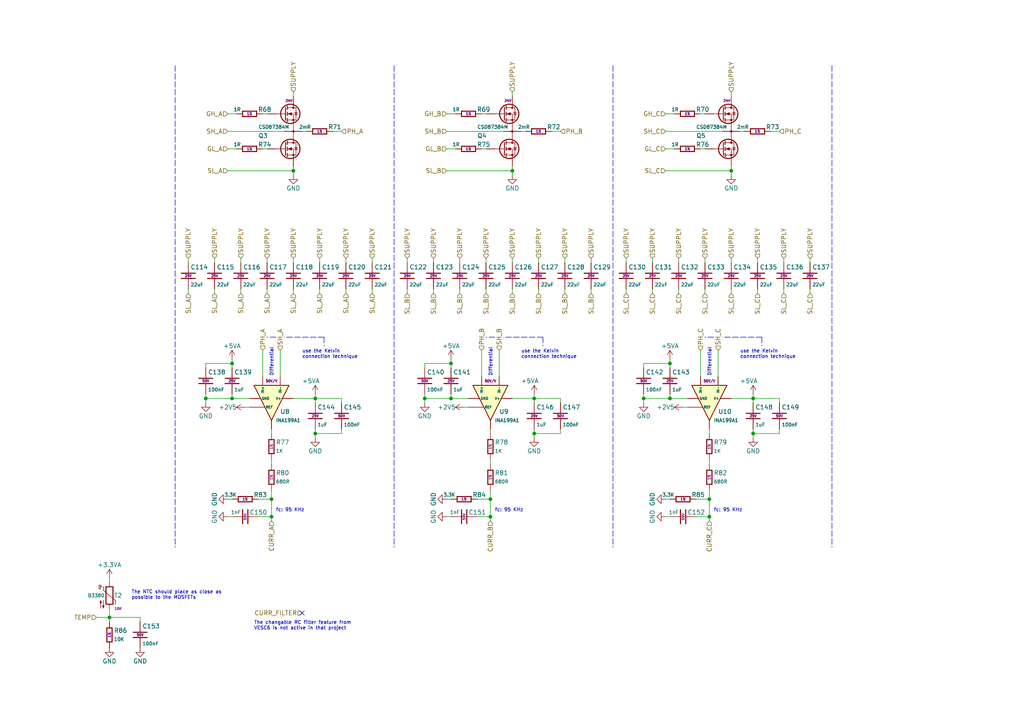
<source format=kicad_sch>
(kicad_sch (version 20211123) (generator eeschema)
  (paper "A4")
  (title_block (title "pectoralis major") (company "project Merophy") (comment 1 "a.k.a. Electronic Speed Controller of one of the drone motors") (comment 2 "This is one of the main propolsion sources of a bird") (comment 3 "at the deltopectoral crest.") (comment 4 "The pectoralis is a large muscle that attaches to the humerus of the wing "))
  (junction (at 205.74 149.86))
  (junction (at 194.31 115.57))
  (junction (at 142.24 144.78))
  (junction (at 142.24 149.86))
  (junction (at 194.31 105.41))
  (junction (at 91.44 125.73))
  (junction (at 154.94 115.57))
  (junction (at 31.75 179.07))
  (junction (at 218.44 115.57))
  (junction (at 212.09 49.53))
  (junction (at 91.44 115.57))
  (junction (at 148.59 49.53))
  (junction (at 85.09 49.53))
  (junction (at 67.31 105.41))
  (junction (at 59.69 115.57))
  (junction (at 218.44 125.73))
  (junction (at 154.94 125.73))
  (junction (at 78.74 144.78))
  (junction (at 67.31 115.57))
  (junction (at 186.69 115.57))
  (junction (at 123.19 115.57))
  (junction (at 130.81 105.41))
  (junction (at 78.74 149.86))
  (junction (at 130.81 115.57))
  (junction (at 205.74 144.78))
  (no_connect (at 87.63 177.8))
  (wire (pts (xy 129.54 49.53) (xy 148.59 49.53)))
  (wire (pts (xy 138.43 144.78) (xy 142.24 144.78)))
  (wire (pts (xy 163.83 85.09) (xy 163.83 83.82)))
  (wire (pts (xy 67.31 106.68) (xy 67.31 105.41)))
  (wire (pts (xy 212.09 48.26) (xy 212.09 49.53)))
  (polyline (pts (xy 143.51 97.79) (xy 140.97 97.79)))
  (wire (pts (xy 139.7 101.6) (xy 139.7 109.22)))
  (wire (pts (xy 196.85 74.93) (xy 196.85 76.2)))
  (wire (pts (xy 205.74 125.73) (xy 205.74 124.46)))
  (polyline (pts (xy 207.01 97.79) (xy 204.47 97.79)))
  (wire (pts (xy 78.74 134.62) (xy 78.74 133.35)))
  (polyline (pts (xy 157.48 97.79) (xy 157.48 100.33)))
  (wire (pts (xy 148.59 26.67) (xy 148.59 27.94)))
  (wire (pts (xy 194.31 115.57) (xy 199.39 115.57)))
  (wire (pts (xy 218.44 114.3) (xy 218.44 115.57)))
  (wire (pts (xy 212.09 26.67) (xy 212.09 27.94)))
  (wire (pts (xy 67.31 115.57) (xy 72.39 115.57)))
  (wire (pts (xy 123.19 115.57) (xy 130.81 115.57)))
  (wire (pts (xy 59.69 116.84) (xy 59.69 115.57)))
  (wire (pts (xy 218.44 124.46) (xy 218.44 125.73)))
  (wire (pts (xy 194.31 149.86) (xy 193.04 149.86)))
  (wire (pts (xy 189.23 85.09) (xy 189.23 83.82)))
  (wire (pts (xy 226.06 115.57) (xy 226.06 116.84)))
  (wire (pts (xy 201.93 144.78) (xy 205.74 144.78)))
  (wire (pts (xy 91.44 115.57) (xy 99.06 115.57)))
  (wire (pts (xy 125.73 74.93) (xy 125.73 76.2)))
  (wire (pts (xy 219.71 74.93) (xy 219.71 76.2)))
  (wire (pts (xy 194.31 106.68) (xy 194.31 105.41)))
  (wire (pts (xy 31.75 176.53) (xy 31.75 179.07)))
  (wire (pts (xy 205.74 144.78) (xy 205.74 149.86)))
  (wire (pts (xy 160.02 38.1) (xy 162.56 38.1)))
  (wire (pts (xy 88.9 38.1) (xy 87.63 38.1)))
  (wire (pts (xy 193.04 49.53) (xy 212.09 49.53)))
  (polyline (pts (xy 50.8 19.05) (xy 50.8 158.75)))
  (wire (pts (xy 194.31 104.14) (xy 194.31 105.41)))
  (wire (pts (xy 92.71 74.93) (xy 92.71 76.2)))
  (wire (pts (xy 212.09 115.57) (xy 218.44 115.57)))
  (wire (pts (xy 186.69 115.57) (xy 194.31 115.57)))
  (wire (pts (xy 130.81 114.3) (xy 130.81 115.57)))
  (wire (pts (xy 125.73 85.09) (xy 125.73 83.82)))
  (wire (pts (xy 129.54 33.02) (xy 132.08 33.02)))
  (wire (pts (xy 91.44 125.73) (xy 91.44 127)))
  (wire (pts (xy 142.24 144.78) (xy 142.24 149.86)))
  (wire (pts (xy 85.09 115.57) (xy 91.44 115.57)))
  (wire (pts (xy 201.93 149.86) (xy 205.74 149.86)))
  (wire (pts (xy 152.4 38.1) (xy 151.13 38.1)))
  (wire (pts (xy 226.06 125.73) (xy 226.06 124.46)))
  (wire (pts (xy 62.23 74.93) (xy 62.23 76.2)))
  (wire (pts (xy 142.24 125.73) (xy 142.24 124.46)))
  (wire (pts (xy 78.74 144.78) (xy 78.74 149.86)))
  (wire (pts (xy 118.11 74.93) (xy 118.11 76.2)))
  (wire (pts (xy 205.74 142.24) (xy 205.74 144.78)))
  (wire (pts (xy 203.2 33.02) (xy 204.47 33.02)))
  (wire (pts (xy 223.52 38.1) (xy 226.06 38.1)))
  (wire (pts (xy 78.74 149.86) (xy 78.74 151.13)))
  (wire (pts (xy 219.71 85.09) (xy 219.71 83.82)))
  (wire (pts (xy 99.06 115.57) (xy 99.06 116.84)))
  (wire (pts (xy 194.31 105.41) (xy 186.69 105.41)))
  (wire (pts (xy 205.74 149.86) (xy 205.74 151.13)))
  (wire (pts (xy 118.11 85.09) (xy 118.11 83.82)))
  (wire (pts (xy 85.09 85.09) (xy 85.09 83.82)))
  (wire (pts (xy 215.9 38.1) (xy 214.63 38.1)))
  (wire (pts (xy 54.61 85.09) (xy 54.61 83.82)))
  (wire (pts (xy 85.09 48.26) (xy 85.09 49.53)))
  (wire (pts (xy 66.04 43.18) (xy 68.58 43.18)))
  (wire (pts (xy 218.44 125.73) (xy 218.44 127)))
  (wire (pts (xy 227.33 85.09) (xy 227.33 83.82)))
  (wire (pts (xy 62.23 85.09) (xy 62.23 83.82)))
  (wire (pts (xy 204.47 74.93) (xy 204.47 76.2)))
  (wire (pts (xy 198.12 118.11) (xy 199.39 118.11)))
  (wire (pts (xy 134.62 118.11) (xy 135.89 118.11)))
  (wire (pts (xy 234.95 85.09) (xy 234.95 83.82)))
  (wire (pts (xy 140.97 85.09) (xy 140.97 83.82)))
  (wire (pts (xy 66.04 49.53) (xy 85.09 49.53)))
  (wire (pts (xy 130.81 149.86) (xy 129.54 149.86)))
  (wire (pts (xy 85.09 50.8) (xy 85.09 49.53)))
  (wire (pts (xy 234.95 74.93) (xy 234.95 76.2)))
  (wire (pts (xy 171.45 85.09) (xy 171.45 83.82)))
  (wire (pts (xy 193.04 33.02) (xy 195.58 33.02)))
  (wire (pts (xy 162.56 125.73) (xy 154.94 125.73)))
  (wire (pts (xy 59.69 115.57) (xy 67.31 115.57)))
  (wire (pts (xy 31.75 167.64) (xy 31.75 168.91)))
  (wire (pts (xy 218.44 115.57) (xy 218.44 116.84)))
  (wire (pts (xy 156.21 74.93) (xy 156.21 76.2)))
  (wire (pts (xy 154.94 125.73) (xy 154.94 127)))
  (wire (pts (xy 77.47 85.09) (xy 77.47 83.82)))
  (wire (pts (xy 133.35 85.09) (xy 133.35 83.82)))
  (wire (pts (xy 140.97 74.93) (xy 140.97 76.2)))
  (wire (pts (xy 129.54 43.18) (xy 132.08 43.18)))
  (wire (pts (xy 85.09 26.67) (xy 85.09 27.94)))
  (polyline (pts (xy 220.98 97.79) (xy 209.55 97.79)))
  (polyline (pts (xy 80.01 97.79) (xy 77.47 97.79)))
  (wire (pts (xy 130.81 105.41) (xy 123.19 105.41)))
  (wire (pts (xy 66.04 33.02) (xy 68.58 33.02)))
  (wire (pts (xy 156.21 85.09) (xy 156.21 83.82)))
  (wire (pts (xy 130.81 106.68) (xy 130.81 105.41)))
  (polyline (pts (xy 114.3 19.05) (xy 114.3 158.75)))
  (wire (pts (xy 76.2 33.02) (xy 77.47 33.02)))
  (polyline (pts (xy 93.98 97.79) (xy 93.98 100.33)))
  (wire (pts (xy 91.44 124.46) (xy 91.44 125.73)))
  (wire (pts (xy 107.95 85.09) (xy 107.95 83.82)))
  (wire (pts (xy 40.64 180.34) (xy 40.64 179.07)))
  (wire (pts (xy 91.44 114.3) (xy 91.44 115.57)))
  (wire (pts (xy 154.94 124.46) (xy 154.94 125.73)))
  (wire (pts (xy 92.71 85.09) (xy 92.71 83.82)))
  (wire (pts (xy 100.33 74.93) (xy 100.33 76.2)))
  (wire (pts (xy 171.45 74.93) (xy 171.45 76.2)))
  (wire (pts (xy 59.69 105.41) (xy 59.69 106.68)))
  (wire (pts (xy 99.06 125.73) (xy 99.06 124.46)))
  (wire (pts (xy 148.59 74.93) (xy 148.59 76.2)))
  (wire (pts (xy 205.74 134.62) (xy 205.74 133.35)))
  (wire (pts (xy 81.28 101.6) (xy 81.28 109.22)))
  (wire (pts (xy 123.19 115.57) (xy 123.19 114.3)))
  (wire (pts (xy 142.24 149.86) (xy 142.24 151.13)))
  (wire (pts (xy 193.04 43.18) (xy 195.58 43.18)))
  (wire (pts (xy 181.61 74.93) (xy 181.61 76.2)))
  (wire (pts (xy 194.31 144.78) (xy 193.04 144.78)))
  (wire (pts (xy 181.61 85.09) (xy 181.61 83.82)))
  (wire (pts (xy 203.2 43.18) (xy 204.47 43.18)))
  (wire (pts (xy 74.93 149.86) (xy 78.74 149.86)))
  (wire (pts (xy 227.33 74.93) (xy 227.33 76.2)))
  (wire (pts (xy 142.24 134.62) (xy 142.24 133.35)))
  (wire (pts (xy 69.85 85.09) (xy 69.85 83.82)))
  (wire (pts (xy 100.33 85.09) (xy 100.33 83.82)))
  (wire (pts (xy 163.83 74.93) (xy 163.83 76.2)))
  (wire (pts (xy 74.93 144.78) (xy 78.74 144.78)))
  (wire (pts (xy 148.59 85.09) (xy 148.59 83.82)))
  (wire (pts (xy 138.43 149.86) (xy 142.24 149.86)))
  (wire (pts (xy 71.12 118.11) (xy 72.39 118.11)))
  (wire (pts (xy 54.61 74.93) (xy 54.61 76.2)))
  (wire (pts (xy 203.2 101.6) (xy 203.2 109.22)))
  (wire (pts (xy 85.09 74.93) (xy 85.09 76.2)))
  (wire (pts (xy 186.69 105.41) (xy 186.69 106.68)))
  (wire (pts (xy 96.52 38.1) (xy 99.06 38.1)))
  (wire (pts (xy 129.54 38.1) (xy 146.05 38.1)))
  (wire (pts (xy 226.06 125.73) (xy 218.44 125.73)))
  (wire (pts (xy 67.31 104.14) (xy 67.31 105.41)))
  (wire (pts (xy 66.04 38.1) (xy 82.55 38.1)))
  (wire (pts (xy 91.44 115.57) (xy 91.44 116.84)))
  (wire (pts (xy 67.31 149.86) (xy 66.04 149.86)))
  (wire (pts (xy 148.59 48.26) (xy 148.59 49.53)))
  (wire (pts (xy 196.85 85.09) (xy 196.85 83.82)))
  (polyline (pts (xy 220.98 97.79) (xy 220.98 100.33)))
  (wire (pts (xy 76.2 101.6) (xy 76.2 109.22)))
  (wire (pts (xy 212.09 74.93) (xy 212.09 76.2)))
  (wire (pts (xy 139.7 43.18) (xy 140.97 43.18)))
  (polyline (pts (xy 157.48 97.79) (xy 146.05 97.79)))
  (wire (pts (xy 204.47 85.09) (xy 204.47 83.82)))
  (wire (pts (xy 154.94 115.57) (xy 154.94 116.84)))
  (wire (pts (xy 154.94 115.57) (xy 162.56 115.57)))
  (wire (pts (xy 130.81 115.57) (xy 135.89 115.57)))
  (wire (pts (xy 67.31 144.78) (xy 66.04 144.78)))
  (wire (pts (xy 40.64 179.07) (xy 31.75 179.07)))
  (wire (pts (xy 212.09 85.09) (xy 212.09 83.82)))
  (wire (pts (xy 162.56 125.73) (xy 162.56 124.46)))
  (wire (pts (xy 130.81 104.14) (xy 130.81 105.41)))
  (wire (pts (xy 139.7 33.02) (xy 140.97 33.02)))
  (wire (pts (xy 162.56 115.57) (xy 162.56 116.84)))
  (wire (pts (xy 78.74 142.24) (xy 78.74 144.78)))
  (wire (pts (xy 76.2 43.18) (xy 77.47 43.18)))
  (wire (pts (xy 186.69 116.84) (xy 186.69 115.57)))
  (wire (pts (xy 193.04 38.1) (xy 209.55 38.1)))
  (wire (pts (xy 59.69 115.57) (xy 59.69 114.3)))
  (wire (pts (xy 123.19 116.84) (xy 123.19 115.57)))
  (wire (pts (xy 69.85 74.93) (xy 69.85 76.2)))
  (polyline (pts (xy 93.98 97.79) (xy 82.55 97.79)))
  (wire (pts (xy 99.06 125.73) (xy 91.44 125.73)))
  (wire (pts (xy 148.59 50.8) (xy 148.59 49.53)))
  (wire (pts (xy 123.19 105.41) (xy 123.19 106.68)))
  (wire (pts (xy 208.28 101.6) (xy 208.28 109.22)))
  (wire (pts (xy 31.75 179.07) (xy 31.75 180.34)))
  (wire (pts (xy 78.74 125.73) (xy 78.74 124.46)))
  (wire (pts (xy 218.44 115.57) (xy 226.06 115.57)))
  (wire (pts (xy 67.31 114.3) (xy 67.31 115.57)))
  (wire (pts (xy 144.78 101.6) (xy 144.78 109.22)))
  (wire (pts (xy 27.94 179.07) (xy 31.75 179.07)))
  (wire (pts (xy 67.31 105.41) (xy 59.69 105.41)))
  (wire (pts (xy 130.81 144.78) (xy 129.54 144.78)))
  (wire (pts (xy 107.95 74.93) (xy 107.95 76.2)))
  (wire (pts (xy 189.23 74.93) (xy 189.23 76.2)))
  (wire (pts (xy 194.31 114.3) (xy 194.31 115.57)))
  (wire (pts (xy 77.47 74.93) (xy 77.47 76.2)))
  (wire (pts (xy 154.94 114.3) (xy 154.94 115.57)))
  (wire (pts (xy 133.35 74.93) (xy 133.35 76.2)))
  (wire (pts (xy 212.09 50.8) (xy 212.09 49.53)))
  (polyline (pts (xy 177.8 19.05) (xy 177.8 158.75)))
  (wire (pts (xy 148.59 115.57) (xy 154.94 115.57)))
  (wire (pts (xy 142.24 142.24) (xy 142.24 144.78)))
  (wire (pts (xy 186.69 115.57) (xy 186.69 114.3)))
  (polyline (pts (xy 241.3 19.05) (xy 241.3 158.75)))
  (text "Differential\n" (at 142.875 109.22 90) (effects (font (size 0.9906 0.9906)) (justify left bottom)))
  (text "The changable RC filter feature from \nVESC6 is not active in that project" (at 73.66 182.88 0) (effects (font (size 0.9906 0.9906)) (justify left bottom)))
  (text "use the Kelvin \nconnection technique" (at 214.63 104.14 0) (effects (font (size 0.9906 0.9906)) (justify left bottom)))
  (text "fc: 95 KHz\n" (at 80.01 148.59 0) (effects (font (size 0.9906 0.9906)) (justify left bottom)))
  (text "Differential\n" (at 206.375 109.22 90) (effects (font (size 0.9906 0.9906)) (justify left bottom)))
  (text "Differential\n" (at 79.375 109.22 90) (effects (font (size 0.9906 0.9906)) (justify left bottom)))
  (text "use the Kelvin \nconnection technique" (at 151.13 104.14 0) (effects (font (size 0.9906 0.9906)) (justify left bottom)))
  (text "fc: 95 KHz\n" (at 143.51 148.59 0) (effects (font (size 0.9906 0.9906)) (justify left bottom)))
  (text "fc: 95 KHz\n" (at 207.01 148.59 0) (effects (font (size 0.9906 0.9906)) (justify left bottom)))
  (text "use the Kelvin \nconnection technique" (at 87.63 104.14 0) (effects (font (size 0.9906 0.9906)) (justify left bottom)))
  (text "The NTC should place as close as \npossible to the MOSFETs" (at 38.1 173.99 0) (effects (font (size 0.9906 0.9906)) (justify left bottom)))
  (hierarchical_label "SUPPLY" (shape input) (at 148.59 26.67 90))
  (hierarchical_label "SL_B" (shape input) (at 118.11 85.09 270))
  (hierarchical_label "SUPPLY" (shape input) (at 219.71 74.93 90))
  (hierarchical_label "SL_C" (shape input) (at 181.61 85.09 270))
  (hierarchical_label "GH_C" (shape input) (at 193.04 33.02 180))
  (hierarchical_label "SH_B" (shape input) (at 129.54 38.1 180))
  (hierarchical_label "PH_C" (shape input) (at 203.2 101.6 90))
  (hierarchical_label "SL_B" (shape input) (at 163.83 85.09 270))
  (hierarchical_label "GH_B" (shape input) (at 129.54 33.02 180))
  (hierarchical_label "SUPPLY" (shape input) (at 212.09 26.67 90))
  (hierarchical_label "SL_C" (shape input) (at 189.23 85.09 270))
  (hierarchical_label "PH_B" (shape input) (at 162.56 38.1 0))
  (hierarchical_label "GL_A" (shape input) (at 66.04 43.18 180))
  (hierarchical_label "SL_C" (shape input) (at 234.95 85.09 270))
  (hierarchical_label "SUPPLY" (shape input) (at 227.33 74.93 90))
  (hierarchical_label "SUPPLY" (shape input) (at 196.85 74.93 90))
  (hierarchical_label "SL_A" (shape input) (at 77.47 85.09 270))
  (hierarchical_label "SUPPLY" (shape input) (at 85.09 26.67 90))
  (hierarchical_label "SUPPLY" (shape input) (at 163.83 74.93 90))
  (hierarchical_label "SL_B" (shape input) (at 140.97 85.09 270))
  (hierarchical_label "SUPPLY" (shape input) (at 62.23 74.93 90))
  (hierarchical_label "SL_A" (shape input) (at 100.33 85.09 270))
  (hierarchical_label "CURR_C" (shape input) (at 205.74 151.13 270))
  (hierarchical_label "SL_C" (shape input) (at 193.04 49.53 180))
  (hierarchical_label "SL_B" (shape input) (at 171.45 85.09 270))
  (hierarchical_label "GH_A" (shape input) (at 66.04 33.02 180))
  (hierarchical_label "SUPPLY" (shape input) (at 212.09 74.93 90))
  (hierarchical_label "SH_C" (shape input) (at 208.28 101.6 90))
  (hierarchical_label "SUPPLY" (shape input) (at 118.11 74.93 90))
  (hierarchical_label "SL_C" (shape input) (at 204.47 85.09 270))
  (hierarchical_label "SL_B" (shape input) (at 125.73 85.09 270))
  (hierarchical_label "SL_B" (shape input) (at 129.54 49.53 180))
  (hierarchical_label "TEMP" (shape input) (at 27.94 179.07 180))
  (hierarchical_label "SL_A" (shape input) (at 62.23 85.09 270))
  (hierarchical_label "SUPPLY" (shape input) (at 234.95 74.93 90))
  (hierarchical_label "SUPPLY" (shape input) (at 125.73 74.93 90))
  (hierarchical_label "PH_C" (shape input) (at 226.06 38.1 0))
  (hierarchical_label "SUPPLY" (shape input) (at 107.95 74.93 90))
  (hierarchical_label "SL_C" (shape input) (at 212.09 85.09 270))
  (hierarchical_label "SL_B" (shape input) (at 148.59 85.09 270))
  (hierarchical_label "CURR_B" (shape input) (at 142.24 151.13 270))
  (hierarchical_label "SUPPLY" (shape input) (at 181.61 74.93 90))
  (hierarchical_label "PH_A" (shape input) (at 76.2 101.6 90))
  (hierarchical_label "CURR_A" (shape input) (at 78.74 151.13 270))
  (hierarchical_label "SL_A" (shape input) (at 69.85 85.09 270))
  (hierarchical_label "SUPPLY" (shape input) (at 100.33 74.93 90))
  (hierarchical_label "SUPPLY" (shape input) (at 148.59 74.93 90))
  (hierarchical_label "SH_A" (shape input) (at 66.04 38.1 180))
  (hierarchical_label "SUPPLY" (shape input) (at 85.09 74.93 90))
  (hierarchical_label "PH_A" (shape input) (at 99.06 38.1 0))
  (hierarchical_label "SUPPLY" (shape input) (at 204.47 74.93 90))
  (hierarchical_label "SL_B" (shape input) (at 133.35 85.09 270))
  (hierarchical_label "SUPPLY" (shape input) (at 54.61 74.93 90))
  (hierarchical_label "CURR_FILTER" (shape input) (at 87.63 177.8 180))
  (hierarchical_label "SL_A" (shape input) (at 66.04 49.53 180))
  (hierarchical_label "SUPPLY" (shape input) (at 133.35 74.93 90))
  (hierarchical_label "SL_C" (shape input) (at 219.71 85.09 270))
  (hierarchical_label "SH_A" (shape input) (at 81.28 101.6 90))
  (hierarchical_label "SUPPLY" (shape input) (at 140.97 74.93 90))
  (hierarchical_label "SL_C" (shape input) (at 196.85 85.09 270))
  (hierarchical_label "SUPPLY" (shape input) (at 69.85 74.93 90))
  (hierarchical_label "SL_A" (shape input) (at 107.95 85.09 270))
  (hierarchical_label "SH_B" (shape input) (at 144.78 101.6 90))
  (hierarchical_label "SL_A" (shape input) (at 54.61 85.09 270))
  (hierarchical_label "PH_B" (shape input) (at 139.7 101.6 90))
  (hierarchical_label "SUPPLY" (shape input) (at 189.23 74.93 90))
  (hierarchical_label "SL_A" (shape input) (at 85.09 85.09 270))
  (hierarchical_label "GL_C" (shape input) (at 193.04 43.18 180))
  (hierarchical_label "SL_A" (shape input) (at 92.71 85.09 270))
  (hierarchical_label "SH_C" (shape input) (at 193.04 38.1 180))
  (hierarchical_label "SL_B" (shape input) (at 156.21 85.09 270))
  (hierarchical_label "SL_C" (shape input) (at 227.33 85.09 270))
  (hierarchical_label "SUPPLY" (shape input) (at 156.21 74.93 90))
  (hierarchical_label "SUPPLY" (shape input) (at 92.71 74.93 90))
  (hierarchical_label "GL_B" (shape input) (at 129.54 43.18 180))
  (hierarchical_label "SUPPLY" (shape input) (at 171.45 74.93 90))
  (hierarchical_label "SUPPLY" (shape input) (at 77.47 74.93 90))
  (symbol (lib_id "power:+5VA") (at 91.44 114.3 0) (unit 1)
    (property "Reference" "#PWR0179" (effects hide))
    (property "Value" "+5VA" (at 90.17 110.49 0))
  )
  (symbol (lib_id "power:GND") (at 66.04 149.86 270) (mirror x) (unit 1)
    (property "Reference" "#PWR0194" (effects hide))
    (property "Value" "GND" (at 62.23 149.86 0))
  )
  (symbol (lib_id "power:GND") (at 59.69 116.84 0) (mirror y) (unit 1)
    (property "Reference" "#PWR0182" (effects hide))
    (property "Value" "GND" (at 59.69 120.65 0))
  )
  (symbol (lib_id "power:GND") (at 85.09 50.8 0) (unit 1)
    (property "Reference" "#PWR0173" (effects hide))
    (property "Value" "GND" (at 85.09 54.61 0))
  )
  (symbol (lib_id "CoE_Capacitor:100nF") (at 59.69 110.49 0) (unit 1)
    (property "Reference" "C138" (at 60.325 107.95 0) (effects (justify left)))
    (property "Value" "100nF" (at 60.325 113.03 0) (effects (font (size 0.9906 0.9906)) (justify left)))
    (property "Footprint" "CoF_Capacitor:C-0402" (effects hide))
    (property "Voltage" "50V" (at 59.69 110.49 0) (effects (font (size 0.7112 0.7112))))
    (property "MFR. Part #" "CL05B104KB54PNC" (effects hide))
    (property "JLCPCB Part #" "C307331" (effects hide))
  )
  (symbol (lib_id "CoE_Capacitor:1uF") (at 67.31 110.49 0) (unit 1)
    (property "Reference" "C139" (at 67.945 107.95 0) (effects (justify left)))
    (property "Value" "1uF" (at 67.945 113.03 0) (effects (font (size 0.9906 0.9906)) (justify left)))
    (property "Footprint" "CoF_Capacitor:C-0402" (effects hide))
    (property "Voltage" "25V" (at 67.31 110.49 0) (effects (font (size 0.7112 0.7112))))
    (property "MFR. Part #" "CL05A105KA5NQNC" (effects hide))
    (property "JLCPCB Part #" "C52923" (effects hide))
  )
  (symbol (lib_id "CoE_Resistor:2mR") (at 92.71 38.1 90) (unit 1)
    (property "Reference" "R71" (at 99.06 36.83 90) (effects (justify left)))
    (property "Value" "2mR" (at 90.17 36.83 90) (effects (font (size 0.9906 0.9906)) (justify left)))
    (property "Footprint" "CoF_Resistor:R-1206" (effects hide))
    (property "Tolerance" "1%" (at 92.71 38.1 90) (effects (font (size 0.7112 0.7112))))
    (property "MFR. Part #" "PA1206FRM470R002L" (effects hide))
    (property "JLCPCB Part #" "C728295" (effects hide))
  )
  (symbol (lib_id "CoE_Resistor:1R") (at 72.39 43.18 90) (unit 1)
    (property "Reference" "R74" (at 78.74 41.91 90) (effects (justify left)))
    (property "Value" "1R" (at 69.85 41.91 90) (effects (font (size 0.9906 0.9906)) (justify left)))
    (property "Footprint" "CoF_Resistor:R-0402" (effects hide))
    (property "Tolerance" "1%" (at 72.39 43.18 90) (effects (font (size 0.7112 0.7112))))
    (property "MFR. Part #" "0402WGF100KTCE" (effects hide))
    (property "JLCPCB Part #" "C25086" (effects hide))
  )
  (symbol (lib_id "CoE_Resistor:1R") (at 72.39 33.02 90) (unit 1)
    (property "Reference" "R68" (at 78.74 31.75 90) (effects (justify left)))
    (property "Value" "1R" (at 69.85 31.75 90) (effects (font (size 0.9906 0.9906)) (justify left)))
    (property "Footprint" "CoF_Resistor:R-0402" (effects hide))
    (property "Tolerance" "1%" (at 72.39 33.02 90) (effects (font (size 0.7112 0.7112))))
    (property "MFR. Part #" "0402WGF100KTCE" (effects hide))
    (property "JLCPCB Part #" "C25086" (effects hide))
  )
  (symbol (lib_id "CoE-Transistor:CSD87384M") (at 85.09 38.1 0) (unit 1)
    (property "Reference" "Q3" (at 74.93 39.37 0) (effects (justify left)))
    (property "Value" "CSD87384M" (at 74.93 36.83 0) (effects (font (size 0.9906 0.9906)) (justify left)))
    (property "Datasheet" "https://www.ti.com/lit/ds/symlink/csd87384m.pdf" (effects hide))
    (property "VDS" "24V" (at 83.82 29.21 0) (effects (font (size 0.7112 0.7112))))
    (property "MFR. Part #" "CSD87384M" (effects hide))
    (property "Digikey Part #" "296-CSD87384MCT-ND" (effects hide))
    (property "Mouser Part #" "595-CSD87384M" (effects hide))
  )
  (symbol (lib_id "power:GND") (at 91.44 127 0) (unit 1)
    (property "Reference" "#PWR0188" (effects hide))
    (property "Value" "GND" (at 91.44 130.81 0))
  )
  (symbol (lib_id "power:+5VA") (at 67.31 104.14 0) (mirror y) (unit 1)
    (property "Reference" "#PWR0176" (effects hide))
    (property "Value" "+5VA" (at 67.31 100.33 0))
  )
  (symbol (lib_id "power:GND") (at 66.04 144.78 270) (mirror x) (unit 1)
    (property "Reference" "#PWR0191" (effects hide))
    (property "Value" "GND" (at 62.23 144.78 0))
  )
  (symbol (lib_id "power:GND") (at 31.75 187.96 0) (unit 1)
    (property "Reference" "#PWR0198" (effects hide))
    (property "Value" "GND" (at 31.75 191.77 0))
  )
  (symbol (lib_id "power:+3.3VA") (at 31.75 167.64 0) (unit 1)
    (property "Reference" "#PWR0197" (effects hide))
    (property "Value" "+3.3VA" (at 31.75 163.83 0))
  )
  (symbol (lib_id "CoE_IntegratedCircuit:INA199A1") (at 78.74 115.57 270) (unit 1)
    (property "Reference" "U8" (at 81.28 119.38 90) (effects (justify left)))
    (property "Value" "INA199A1" (at 80.01 121.92 90) (effects (font (size 0.9906 0.9906)) (justify left)))
    (property "Footprint" "Package_TO_SOT_SMD:Texas_R-PDSO-G6" (effects hide))
    (property "Datasheet" "www.ti.com/lit/ds/symlink/ina199.pdf" (effects hide))
    (property "Gain" "50V/V" (at 78.74 110.49 90) (effects (font (size 0.7112 0.7112))))
    (property "MFR. Part #" "INA199A1DCKR" (effects hide))
    (property "JLCPCB Part #" "C59135" (effects hide))
  )
  (symbol (lib_id "CoE_Capacitor:1uF") (at 91.44 120.65 0) (unit 1)
    (property "Reference" "C144" (at 92.075 118.11 0) (effects (justify left)))
    (property "Value" "1uF" (at 92.075 123.19 0) (effects (font (size 0.9906 0.9906)) (justify left)))
    (property "Footprint" "CoF_Capacitor:C-0402" (effects hide))
    (property "Voltage" "25V" (at 91.44 120.65 0) (effects (font (size 0.7112 0.7112))))
    (property "MFR. Part #" "CL05A105KA5NQNC" (effects hide))
    (property "JLCPCB Part #" "C52923" (effects hide))
  )
  (symbol (lib_id "CoE_Capacitor:100nF") (at 99.06 120.65 0) (unit 1)
    (property "Reference" "C145" (at 99.695 118.11 0) (effects (justify left)))
    (property "Value" "100nF" (at 99.695 123.19 0) (effects (font (size 0.9906 0.9906)) (justify left)))
    (property "Footprint" "CoF_Capacitor:C-0402" (effects hide))
    (property "Voltage" "50V" (at 99.06 120.65 0) (effects (font (size 0.7112 0.7112))))
    (property "MFR. Part #" "CL05B104KB54PNC" (effects hide))
    (property "JLCPCB Part #" "C307331" (effects hide))
  )
  (symbol (lib_id "power:+2V5") (at 71.12 118.11 90) (unit 1)
    (property "Reference" "#PWR0185" (effects hide))
    (property "Value" "+2V5" (at 66.04 118.11 90))
  )
  (symbol (lib_id "CoE_Capacitor:1nF") (at 71.12 149.86 90) (unit 1)
    (property "Reference" "C150" (at 72.39 148.59 90) (effects (justify right)))
    (property "Value" "1nF" (at 69.85 148.59 90) (effects (font (size 0.9906 0.9906)) (justify left)))
    (property "Footprint" "CoF_Capacitor:C-0402" (effects hide))
    (property "Voltage" "50V" (at 71.12 149.86 0) (effects (font (size 0.7112 0.7112))))
    (property "MFR. Part #" "0402B102K500NT" (effects hide))
    (property "JLCPCB Part #" "C1523" (effects hide))
  )
  (symbol (lib_id "CoE_Resistor:1K") (at 78.74 129.54 0) (unit 1)
    (property "Reference" "R77" (at 80.01 128.27 0) (effects (justify left)))
    (property "Value" "1K" (at 80.01 130.81 0) (effects (font (size 0.9906 0.9906)) (justify left)))
    (property "Footprint" "CoF_Resistor:R-0402" (effects hide))
    (property "Tolerance" "1%" (at 78.74 129.54 90) (effects (font (size 0.7112 0.7112))))
    (property "MFR. Part #" "0402WGF1001TCE" (effects hide))
    (property "JLCPCB Part #" "C11702" (effects hide))
  )
  (symbol (lib_id "power:GND") (at 148.59 50.8 0) (unit 1)
    (property "Reference" "#PWR0174" (effects hide))
    (property "Value" "GND" (at 148.59 54.61 0))
  )
  (symbol (lib_id "CoE_Resistor:1R") (at 135.89 43.18 90) (unit 1)
    (property "Reference" "R75" (at 142.24 41.91 90) (effects (justify left)))
    (property "Value" "1R" (at 133.35 41.91 90) (effects (font (size 0.9906 0.9906)) (justify left)))
    (property "Footprint" "CoF_Resistor:R-0402" (effects hide))
    (property "Tolerance" "1%" (at 135.89 43.18 90) (effects (font (size 0.7112 0.7112))))
    (property "MFR. Part #" "0402WGF100KTCE" (effects hide))
    (property "JLCPCB Part #" "C25086" (effects hide))
  )
  (symbol (lib_id "CoE_Resistor:1R") (at 135.89 33.02 90) (unit 1)
    (property "Reference" "R69" (at 142.24 31.75 90) (effects (justify left)))
    (property "Value" "1R" (at 133.35 31.75 90) (effects (font (size 0.9906 0.9906)) (justify left)))
    (property "Footprint" "CoF_Resistor:R-0402" (effects hide))
    (property "Tolerance" "1%" (at 135.89 33.02 90) (effects (font (size 0.7112 0.7112))))
    (property "MFR. Part #" "0402WGF100KTCE" (effects hide))
    (property "JLCPCB Part #" "C25086" (effects hide))
  )
  (symbol (lib_id "CoE_Resistor:2mR") (at 156.21 38.1 90) (unit 1)
    (property "Reference" "R72" (at 162.56 36.83 90) (effects (justify left)))
    (property "Value" "2mR" (at 153.67 36.83 90) (effects (font (size 0.9906 0.9906)) (justify left)))
    (property "Footprint" "CoF_Resistor:R-1206" (effects hide))
    (property "Tolerance" "1%" (at 156.21 38.1 90) (effects (font (size 0.7112 0.7112))))
    (property "MFR. Part #" "PA1206FRM470R002L" (effects hide))
    (property "JLCPCB Part #" "C728295" (effects hide))
  )
  (symbol (lib_id "CoE-Transistor:CSD87384M") (at 148.59 38.1 0) (unit 1)
    (property "Reference" "Q4" (at 138.43 39.37 0) (effects (justify left)))
    (property "Value" "CSD87384M" (at 138.43 36.83 0) (effects (font (size 0.9906 0.9906)) (justify left)))
    (property "Datasheet" "https://www.ti.com/lit/ds/symlink/csd87384m.pdf" (effects hide))
    (property "VDS" "24V" (at 147.32 29.21 0) (effects (font (size 0.7112 0.7112))))
    (property "MFR. Part #" "CSD87384M" (effects hide))
    (property "Digikey Part #" "296-CSD87384MCT-ND" (effects hide))
    (property "Mouser Part #" "595-CSD87384M" (effects hide))
  )
  (symbol (lib_id "CoE_Resistor:680R") (at 78.74 138.43 0) (unit 1)
    (property "Reference" "R80" (at 80.01 137.16 0) (effects (justify left)))
    (property "Value" "680R" (at 80.01 139.7 0) (effects (font (size 0.9906 0.9906)) (justify left)))
    (property "Footprint" "CoF_Resistor:R-0402" (effects hide))
    (property "Tolerance" "1%" (at 78.74 138.43 90) (effects (font (size 0.7112 0.7112))))
    (property "MFR. Part #" "0402WGF6800TCE" (effects hide))
    (property "JLCPCB Part #" "C25130" (effects hide))
  )
  (symbol (lib_id "power:GND") (at 212.09 50.8 0) (unit 1)
    (property "Reference" "#PWR0175" (effects hide))
    (property "Value" "GND" (at 212.09 54.61 0))
  )
  (symbol (lib_id "CoE_Resistor:1R") (at 199.39 43.18 90) (unit 1)
    (property "Reference" "R76" (at 205.74 41.91 90) (effects (justify left)))
    (property "Value" "1R" (at 196.85 41.91 90) (effects (font (size 0.9906 0.9906)) (justify left)))
    (property "Footprint" "CoF_Resistor:R-0402" (effects hide))
    (property "Tolerance" "1%" (at 199.39 43.18 90) (effects (font (size 0.7112 0.7112))))
    (property "MFR. Part #" "0402WGF100KTCE" (effects hide))
    (property "JLCPCB Part #" "C25086" (effects hide))
  )
  (symbol (lib_id "CoE_Resistor:1R") (at 199.39 33.02 90) (unit 1)
    (property "Reference" "R70" (at 205.74 31.75 90) (effects (justify left)))
    (property "Value" "1R" (at 196.85 31.75 90) (effects (font (size 0.9906 0.9906)) (justify left)))
    (property "Footprint" "CoF_Resistor:R-0402" (effects hide))
    (property "Tolerance" "1%" (at 199.39 33.02 90) (effects (font (size 0.7112 0.7112))))
    (property "MFR. Part #" "0402WGF100KTCE" (effects hide))
    (property "JLCPCB Part #" "C25086" (effects hide))
  )
  (symbol (lib_id "CoE_Resistor:2mR") (at 219.71 38.1 90) (unit 1)
    (property "Reference" "R73" (at 226.06 36.83 90) (effects (justify left)))
    (property "Value" "2mR" (at 217.17 36.83 90) (effects (font (size 0.9906 0.9906)) (justify left)))
    (property "Footprint" "CoF_Resistor:R-1206" (effects hide))
    (property "Tolerance" "1%" (at 219.71 38.1 90) (effects (font (size 0.7112 0.7112))))
    (property "MFR. Part #" "PA1206FRM470R002L" (effects hide))
    (property "JLCPCB Part #" "C728295" (effects hide))
  )
  (symbol (lib_id "CoE-Transistor:CSD87384M") (at 212.09 38.1 0) (unit 1)
    (property "Reference" "Q5" (at 201.93 39.37 0) (effects (justify left)))
    (property "Value" "CSD87384M" (at 201.93 36.83 0) (effects (font (size 0.9906 0.9906)) (justify left)))
    (property "Datasheet" "https://www.ti.com/lit/ds/symlink/csd87384m.pdf" (effects hide))
    (property "VDS" "24V" (at 210.82 29.21 0) (effects (font (size 0.7112 0.7112))))
    (property "MFR. Part #" "CSD87384M" (effects hide))
    (property "Digikey Part #" "296-CSD87384MCT-ND" (effects hide))
    (property "Mouser Part #" "595-CSD87384M" (effects hide))
  )
  (symbol (lib_id "CoE_Resistor:3.3K") (at 71.12 144.78 90) (unit 1)
    (property "Reference" "R83" (at 77.47 143.51 90) (effects (justify left)))
    (property "Value" "3.3K" (at 68.58 143.51 90) (effects (font (size 0.9906 0.9906)) (justify left)))
    (property "Footprint" "CoF_Resistor:R-0402" (effects hide))
    (property "Tolerance" "1%" (at 71.12 144.78 90) (effects (font (size 0.7112 0.7112))))
    (property "MFR. Part #" "0402WGF3301TCE" (effects hide))
    (property "JLCPCB Part #" "C25890" (effects hide))
  )
  (symbol (lib_id "power:+5VA") (at 154.94 114.3 0) (unit 1)
    (property "Reference" "#PWR0180" (effects hide))
    (property "Value" "+5VA" (at 153.67 110.49 0))
  )
  (symbol (lib_id "power:GND") (at 154.94 127 0) (unit 1)
    (property "Reference" "#PWR0189" (effects hide))
    (property "Value" "GND" (at 154.94 130.81 0))
  )
  (symbol (lib_id "power:GND") (at 129.54 149.86 270) (mirror x) (unit 1)
    (property "Reference" "#PWR0195" (effects hide))
    (property "Value" "GND" (at 125.73 149.86 0))
  )
  (symbol (lib_id "power:+5VA") (at 130.81 104.14 0) (mirror y) (unit 1)
    (property "Reference" "#PWR0177" (effects hide))
    (property "Value" "+5VA" (at 130.81 100.33 0))
  )
  (symbol (lib_id "power:GND") (at 129.54 144.78 270) (mirror x) (unit 1)
    (property "Reference" "#PWR0192" (effects hide))
    (property "Value" "GND" (at 125.73 144.78 0))
  )
  (symbol (lib_id "power:GND") (at 123.19 116.84 0) (mirror y) (unit 1)
    (property "Reference" "#PWR0183" (effects hide))
    (property "Value" "GND" (at 123.19 120.65 0))
  )
  (symbol (lib_id "CoE_Capacitor:100nF") (at 123.19 110.49 0) (unit 1)
    (property "Reference" "C140" (at 123.825 107.95 0) (effects (justify left)))
    (property "Value" "100nF" (at 123.825 113.03 0) (effects (font (size 0.9906 0.9906)) (justify left)))
    (property "Footprint" "CoF_Capacitor:C-0402" (effects hide))
    (property "Voltage" "50V" (at 123.19 110.49 0) (effects (font (size 0.7112 0.7112))))
    (property "MFR. Part #" "CL05B104KB54PNC" (effects hide))
    (property "JLCPCB Part #" "C307331" (effects hide))
  )
  (symbol (lib_id "CoE_Capacitor:1uF") (at 130.81 110.49 0) (unit 1)
    (property "Reference" "C141" (at 131.445 107.95 0) (effects (justify left)))
    (property "Value" "1uF" (at 131.445 113.03 0) (effects (font (size 0.9906 0.9906)) (justify left)))
    (property "Footprint" "CoF_Capacitor:C-0402" (effects hide))
    (property "Voltage" "25V" (at 130.81 110.49 0) (effects (font (size 0.7112 0.7112))))
    (property "MFR. Part #" "CL05A105KA5NQNC" (effects hide))
    (property "JLCPCB Part #" "C52923" (effects hide))
  )
  (symbol (lib_id "CoE_Capacitor:1uF") (at 154.94 120.65 0) (unit 1)
    (property "Reference" "C146" (at 155.575 118.11 0) (effects (justify left)))
    (property "Value" "1uF" (at 155.575 123.19 0) (effects (font (size 0.9906 0.9906)) (justify left)))
    (property "Footprint" "CoF_Capacitor:C-0402" (effects hide))
    (property "Voltage" "25V" (at 154.94 120.65 0) (effects (font (size 0.7112 0.7112))))
    (property "MFR. Part #" "CL05A105KA5NQNC" (effects hide))
    (property "JLCPCB Part #" "C52923" (effects hide))
  )
  (symbol (lib_id "CoE_Capacitor:100nF") (at 162.56 120.65 0) (unit 1)
    (property "Reference" "C147" (at 163.195 118.11 0) (effects (justify left)))
    (property "Value" "100nF" (at 163.195 123.19 0) (effects (font (size 0.9906 0.9906)) (justify left)))
    (property "Footprint" "CoF_Capacitor:C-0402" (effects hide))
    (property "Voltage" "50V" (at 162.56 120.65 0) (effects (font (size 0.7112 0.7112))))
    (property "MFR. Part #" "CL05B104KB54PNC" (effects hide))
    (property "JLCPCB Part #" "C307331" (effects hide))
  )
  (symbol (lib_id "CoE_Capacitor:1nF") (at 134.62 149.86 90) (unit 1)
    (property "Reference" "C151" (at 135.89 148.59 90) (effects (justify right)))
    (property "Value" "1nF" (at 133.35 148.59 90) (effects (font (size 0.9906 0.9906)) (justify left)))
    (property "Footprint" "CoF_Capacitor:C-0402" (effects hide))
    (property "Voltage" "50V" (at 134.62 149.86 0) (effects (font (size 0.7112 0.7112))))
    (property "MFR. Part #" "0402B102K500NT" (effects hide))
    (property "JLCPCB Part #" "C1523" (effects hide))
  )
  (symbol (lib_id "CoE_IntegratedCircuit:INA199A1") (at 142.24 115.57 270) (unit 1)
    (property "Reference" "U9" (at 144.78 119.38 90) (effects (justify left)))
    (property "Value" "INA199A1" (at 143.51 121.92 90) (effects (font (size 0.9906 0.9906)) (justify left)))
    (property "Footprint" "Package_TO_SOT_SMD:Texas_R-PDSO-G6" (effects hide))
    (property "Datasheet" "www.ti.com/lit/ds/symlink/ina199.pdf" (effects hide))
    (property "Gain" "50V/V" (at 142.24 110.49 90) (effects (font (size 0.7112 0.7112))))
    (property "MFR. Part #" "INA199A1DCKR" (effects hide))
    (property "JLCPCB Part #" "C59135" (effects hide))
  )
  (symbol (lib_id "power:+2V5") (at 134.62 118.11 90) (unit 1)
    (property "Reference" "#PWR0186" (effects hide))
    (property "Value" "+2V5" (at 129.54 118.11 90))
  )
  (symbol (lib_id "CoE_Resistor:1K") (at 142.24 129.54 0) (unit 1)
    (property "Reference" "R78" (at 143.51 128.27 0) (effects (justify left)))
    (property "Value" "1K" (at 143.51 130.81 0) (effects (font (size 0.9906 0.9906)) (justify left)))
    (property "Footprint" "CoF_Resistor:R-0402" (effects hide))
    (property "Tolerance" "1%" (at 142.24 129.54 90) (effects (font (size 0.7112 0.7112))))
    (property "MFR. Part #" "0402WGF1001TCE" (effects hide))
    (property "JLCPCB Part #" "C11702" (effects hide))
  )
  (symbol (lib_id "CoE_Resistor:680R") (at 142.24 138.43 0) (unit 1)
    (property "Reference" "R81" (at 143.51 137.16 0) (effects (justify left)))
    (property "Value" "680R" (at 143.51 139.7 0) (effects (font (size 0.9906 0.9906)) (justify left)))
    (property "Footprint" "CoF_Resistor:R-0402" (effects hide))
    (property "Tolerance" "1%" (at 142.24 138.43 90) (effects (font (size 0.7112 0.7112))))
    (property "MFR. Part #" "0402WGF6800TCE" (effects hide))
    (property "JLCPCB Part #" "C25130" (effects hide))
  )
  (symbol (lib_id "CoE_Resistor:3.3K") (at 134.62 144.78 90) (unit 1)
    (property "Reference" "R84" (at 140.97 143.51 90) (effects (justify left)))
    (property "Value" "3.3K" (at 132.08 143.51 90) (effects (font (size 0.9906 0.9906)) (justify left)))
    (property "Footprint" "CoF_Resistor:R-0402" (effects hide))
    (property "Tolerance" "1%" (at 134.62 144.78 90) (effects (font (size 0.7112 0.7112))))
    (property "MFR. Part #" "0402WGF3301TCE" (effects hide))
    (property "JLCPCB Part #" "C25890" (effects hide))
  )
  (symbol (lib_id "power:+5VA") (at 218.44 114.3 0) (unit 1)
    (property "Reference" "#PWR0181" (effects hide))
    (property "Value" "+5VA" (at 217.17 110.49 0))
  )
  (symbol (lib_id "power:GND") (at 218.44 127 0) (unit 1)
    (property "Reference" "#PWR0190" (effects hide))
    (property "Value" "GND" (at 218.44 130.81 0))
  )
  (symbol (lib_id "power:GND") (at 193.04 149.86 270) (mirror x) (unit 1)
    (property "Reference" "#PWR0196" (effects hide))
    (property "Value" "GND" (at 189.23 149.86 0))
  )
  (symbol (lib_id "power:+5VA") (at 194.31 104.14 0) (mirror y) (unit 1)
    (property "Reference" "#PWR0178" (effects hide))
    (property "Value" "+5VA" (at 194.31 100.33 0))
  )
  (symbol (lib_id "power:GND") (at 193.04 144.78 270) (mirror x) (unit 1)
    (property "Reference" "#PWR0193" (effects hide))
    (property "Value" "GND" (at 189.23 144.78 0))
  )
  (symbol (lib_id "power:GND") (at 186.69 116.84 0) (mirror y) (unit 1)
    (property "Reference" "#PWR0184" (effects hide))
    (property "Value" "GND" (at 186.69 120.65 0))
  )
  (symbol (lib_id "CoE_Capacitor:100nF") (at 186.69 110.49 0) (unit 1)
    (property "Reference" "C142" (at 187.325 107.95 0) (effects (justify left)))
    (property "Value" "100nF" (at 187.325 113.03 0) (effects (font (size 0.9906 0.9906)) (justify left)))
    (property "Footprint" "CoF_Capacitor:C-0402" (effects hide))
    (property "Voltage" "50V" (at 186.69 110.49 0) (effects (font (size 0.7112 0.7112))))
    (property "MFR. Part #" "CL05B104KB54PNC" (effects hide))
    (property "JLCPCB Part #" "C307331" (effects hide))
  )
  (symbol (lib_id "CoE_Capacitor:1uF") (at 194.31 110.49 0) (unit 1)
    (property "Reference" "C143" (at 194.945 107.95 0) (effects (justify left)))
    (property "Value" "1uF" (at 194.945 113.03 0) (effects (font (size 0.9906 0.9906)) (justify left)))
    (property "Footprint" "CoF_Capacitor:C-0402" (effects hide))
    (property "Voltage" "25V" (at 194.31 110.49 0) (effects (font (size 0.7112 0.7112))))
    (property "MFR. Part #" "CL05A105KA5NQNC" (effects hide))
    (property "JLCPCB Part #" "C52923" (effects hide))
  )
  (symbol (lib_id "CoE_Capacitor:1uF") (at 218.44 120.65 0) (unit 1)
    (property "Reference" "C148" (at 219.075 118.11 0) (effects (justify left)))
    (property "Value" "1uF" (at 219.075 123.19 0) (effects (font (size 0.9906 0.9906)) (justify left)))
    (property "Footprint" "CoF_Capacitor:C-0402" (effects hide))
    (property "Voltage" "25V" (at 218.44 120.65 0) (effects (font (size 0.7112 0.7112))))
    (property "MFR. Part #" "CL05A105KA5NQNC" (effects hide))
    (property "JLCPCB Part #" "C52923" (effects hide))
  )
  (symbol (lib_id "CoE_Capacitor:100nF") (at 226.06 120.65 0) (unit 1)
    (property "Reference" "C149" (at 226.695 118.11 0) (effects (justify left)))
    (property "Value" "100nF" (at 226.695 123.19 0) (effects (font (size 0.9906 0.9906)) (justify left)))
    (property "Footprint" "CoF_Capacitor:C-0402" (effects hide))
    (property "Voltage" "50V" (at 226.06 120.65 0) (effects (font (size 0.7112 0.7112))))
    (property "MFR. Part #" "CL05B104KB54PNC" (effects hide))
    (property "JLCPCB Part #" "C307331" (effects hide))
  )
  (symbol (lib_id "CoE_Capacitor:1nF") (at 198.12 149.86 90) (unit 1)
    (property "Reference" "C152" (at 199.39 148.59 90) (effects (justify right)))
    (property "Value" "1nF" (at 196.85 148.59 90) (effects (font (size 0.9906 0.9906)) (justify left)))
    (property "Footprint" "CoF_Capacitor:C-0402" (effects hide))
    (property "Voltage" "50V" (at 198.12 149.86 0) (effects (font (size 0.7112 0.7112))))
    (property "MFR. Part #" "0402B102K500NT" (effects hide))
    (property "JLCPCB Part #" "C1523" (effects hide))
  )
  (symbol (lib_id "CoE_IntegratedCircuit:INA199A1") (at 205.74 115.57 270) (unit 1)
    (property "Reference" "U10" (at 208.28 119.38 90) (effects (justify left)))
    (property "Value" "INA199A1" (at 207.01 121.92 90) (effects (font (size 0.9906 0.9906)) (justify left)))
    (property "Footprint" "Package_TO_SOT_SMD:Texas_R-PDSO-G6" (effects hide))
    (property "Datasheet" "www.ti.com/lit/ds/symlink/ina199.pdf" (effects hide))
    (property "Gain" "50V/V" (at 205.74 110.49 90) (effects (font (size 0.7112 0.7112))))
    (property "MFR. Part #" "INA199A1DCKR" (effects hide))
    (property "JLCPCB Part #" "C59135" (effects hide))
  )
  (symbol (lib_id "power:+2V5") (at 198.12 118.11 90) (unit 1)
    (property "Reference" "#PWR0187" (effects hide))
    (property "Value" "+2V5" (at 193.04 118.11 90))
  )
  (symbol (lib_id "CoE_Resistor:1K") (at 205.74 129.54 0) (unit 1)
    (property "Reference" "R79" (at 207.01 128.27 0) (effects (justify left)))
    (property "Value" "1K" (at 207.01 130.81 0) (effects (font (size 0.9906 0.9906)) (justify left)))
    (property "Footprint" "CoF_Resistor:R-0402" (effects hide))
    (property "Tolerance" "1%" (at 205.74 129.54 90) (effects (font (size 0.7112 0.7112))))
    (property "MFR. Part #" "0402WGF1001TCE" (effects hide))
    (property "JLCPCB Part #" "C11702" (effects hide))
  )
  (symbol (lib_id "CoE_Resistor:680R") (at 205.74 138.43 0) (unit 1)
    (property "Reference" "R82" (at 207.01 137.16 0) (effects (justify left)))
    (property "Value" "680R" (at 207.01 139.7 0) (effects (font (size 0.9906 0.9906)) (justify left)))
    (property "Footprint" "CoF_Resistor:R-0402" (effects hide))
    (property "Tolerance" "1%" (at 205.74 138.43 90) (effects (font (size 0.7112 0.7112))))
    (property "MFR. Part #" "0402WGF6800TCE" (effects hide))
    (property "JLCPCB Part #" "C25130" (effects hide))
  )
  (symbol (lib_id "CoE_Resistor:3.3K") (at 198.12 144.78 90) (unit 1)
    (property "Reference" "R85" (at 204.47 143.51 90) (effects (justify left)))
    (property "Value" "3.3K" (at 195.58 143.51 90) (effects (font (size 0.9906 0.9906)) (justify left)))
    (property "Footprint" "CoF_Resistor:R-0402" (effects hide))
    (property "Tolerance" "1%" (at 198.12 144.78 90) (effects (font (size 0.7112 0.7112))))
    (property "MFR. Part #" "0402WGF3301TCE" (effects hide))
    (property "JLCPCB Part #" "C25890" (effects hide))
  )
  (symbol (lib_id "CoE_Resistor:10K") (at 31.75 184.15 0) (unit 1)
    (property "Reference" "R86" (at 33.02 182.88 0) (effects (justify left)))
    (property "Value" "10K" (at 33.02 185.42 0) (effects (font (size 0.9906 0.9906)) (justify left)))
    (property "Footprint" "CoF_Resistor:R-0402" (effects hide))
    (property "Tolerance" "1%" (at 31.75 184.15 90) (effects (font (size 0.7112 0.7112))))
    (property "MFR. Part #" "0402WGF1002TCE" (effects hide))
    (property "JLCPCB Part #" "C25744" (effects hide))
  )
  (symbol (lib_id "CoE_Resistor:B3380") (at 31.75 172.72 0) (unit 1)
    (property "Reference" "T2" (at 33.02 172.72 0) (effects (justify left)))
    (property "Value" "B3380" (at 25.4 172.72 0) (effects (font (size 0.9906 0.9906)) (justify left)))
    (property "Footprint" "CoF_Resistor:R-0402" (effects hide))
    (property "Datasheet" "www.murata.com/en-us/api/pdfdownloadapi?cate=&partno=ncp15xh103f03rc" (effects hide))
    (property "Resistance" "10K" (at 34.29 176.53 0) (effects (font (size 0.7112 0.7112))))
    (property "MFR. Part #" "NCP15XH103F03RC" (effects hide))
    (property "JLCPCB Part #" "C77131" (effects hide))
  )
  (symbol (lib_id "CoE_Capacitor:22uF") (at 54.61 80.01 0) (unit 1)
    (property "Reference" "C114" (at 55.245 77.47 0) (effects (justify left)))
    (property "Value" "22uF" (at 55.245 82.55 0) (effects (font (size 0.9906 0.9906)) (justify left)))
    (property "Footprint" "CoF_Capacitor:C-0805" (effects hide))
    (property "Voltage" "25V" (at 54.61 80.01 0) (effects (font (size 0.7112 0.7112))))
    (property "MFR. Part #" "CL21A226MAQNNNE" (effects hide))
    (property "JLCPCB Part #" "C45783" (effects hide))
  )
  (symbol (lib_id "CoE_Capacitor:22uF") (at 62.23 80.01 0) (unit 1)
    (property "Reference" "C115" (at 62.865 77.47 0) (effects (justify left)))
    (property "Value" "22uF" (at 62.865 82.55 0) (effects (font (size 0.9906 0.9906)) (justify left)))
    (property "Footprint" "CoF_Capacitor:C-0805" (effects hide))
    (property "Voltage" "25V" (at 62.23 80.01 0) (effects (font (size 0.7112 0.7112))))
    (property "MFR. Part #" "CL21A226MAQNNNE" (effects hide))
    (property "JLCPCB Part #" "C45783" (effects hide))
  )
  (symbol (lib_id "CoE_Capacitor:22uF") (at 69.85 80.01 0) (unit 1)
    (property "Reference" "C116" (at 70.485 77.47 0) (effects (justify left)))
    (property "Value" "22uF" (at 70.485 82.55 0) (effects (font (size 0.9906 0.9906)) (justify left)))
    (property "Footprint" "CoF_Capacitor:C-0805" (effects hide))
    (property "Voltage" "25V" (at 69.85 80.01 0) (effects (font (size 0.7112 0.7112))))
    (property "MFR. Part #" "CL21A226MAQNNNE" (effects hide))
    (property "JLCPCB Part #" "C45783" (effects hide))
  )
  (symbol (lib_id "CoE_Capacitor:22uF") (at 77.47 80.01 0) (unit 1)
    (property "Reference" "C117" (at 78.105 77.47 0) (effects (justify left)))
    (property "Value" "22uF" (at 78.105 82.55 0) (effects (font (size 0.9906 0.9906)) (justify left)))
    (property "Footprint" "CoF_Capacitor:C-0805" (effects hide))
    (property "Voltage" "25V" (at 77.47 80.01 0) (effects (font (size 0.7112 0.7112))))
    (property "MFR. Part #" "CL21A226MAQNNNE" (effects hide))
    (property "JLCPCB Part #" "C45783" (effects hide))
  )
  (symbol (lib_id "CoE_Capacitor:22uF") (at 85.09 80.01 0) (unit 1)
    (property "Reference" "C118" (at 85.725 77.47 0) (effects (justify left)))
    (property "Value" "22uF" (at 85.725 82.55 0) (effects (font (size 0.9906 0.9906)) (justify left)))
    (property "Footprint" "CoF_Capacitor:C-0805" (effects hide))
    (property "Voltage" "25V" (at 85.09 80.01 0) (effects (font (size 0.7112 0.7112))))
    (property "MFR. Part #" "CL21A226MAQNNNE" (effects hide))
    (property "JLCPCB Part #" "C45783" (effects hide))
  )
  (symbol (lib_id "CoE_Capacitor:22uF") (at 92.71 80.01 0) (unit 1)
    (property "Reference" "C119" (at 93.345 77.47 0) (effects (justify left)))
    (property "Value" "22uF" (at 93.345 82.55 0) (effects (font (size 0.9906 0.9906)) (justify left)))
    (property "Footprint" "CoF_Capacitor:C-0805" (effects hide))
    (property "Voltage" "25V" (at 92.71 80.01 0) (effects (font (size 0.7112 0.7112))))
    (property "MFR. Part #" "CL21A226MAQNNNE" (effects hide))
    (property "JLCPCB Part #" "C45783" (effects hide))
  )
  (symbol (lib_id "CoE_Capacitor:22uF") (at 100.33 80.01 0) (unit 1)
    (property "Reference" "C120" (at 100.965 77.47 0) (effects (justify left)))
    (property "Value" "22uF" (at 100.965 82.55 0) (effects (font (size 0.9906 0.9906)) (justify left)))
    (property "Footprint" "CoF_Capacitor:C-0805" (effects hide))
    (property "Voltage" "25V" (at 100.33 80.01 0) (effects (font (size 0.7112 0.7112))))
    (property "MFR. Part #" "CL21A226MAQNNNE" (effects hide))
    (property "JLCPCB Part #" "C45783" (effects hide))
  )
  (symbol (lib_id "CoE_Capacitor:22uF") (at 107.95 80.01 0) (unit 1)
    (property "Reference" "C121" (at 108.585 77.47 0) (effects (justify left)))
    (property "Value" "22uF" (at 108.585 82.55 0) (effects (font (size 0.9906 0.9906)) (justify left)))
    (property "Footprint" "CoF_Capacitor:C-0805" (effects hide))
    (property "Voltage" "25V" (at 107.95 80.01 0) (effects (font (size 0.7112 0.7112))))
    (property "MFR. Part #" "CL21A226MAQNNNE" (effects hide))
    (property "JLCPCB Part #" "C45783" (effects hide))
  )
  (symbol (lib_id "CoE_Capacitor:22uF") (at 118.11 80.01 0) (unit 1)
    (property "Reference" "C122" (at 118.745 77.47 0) (effects (justify left)))
    (property "Value" "22uF" (at 118.745 82.55 0) (effects (font (size 0.9906 0.9906)) (justify left)))
    (property "Footprint" "CoF_Capacitor:C-0805" (effects hide))
    (property "Voltage" "25V" (at 118.11 80.01 0) (effects (font (size 0.7112 0.7112))))
    (property "MFR. Part #" "CL21A226MAQNNNE" (effects hide))
    (property "JLCPCB Part #" "C45783" (effects hide))
  )
  (symbol (lib_id "CoE_Capacitor:22uF") (at 125.73 80.01 0) (unit 1)
    (property "Reference" "C123" (at 126.365 77.47 0) (effects (justify left)))
    (property "Value" "22uF" (at 126.365 82.55 0) (effects (font (size 0.9906 0.9906)) (justify left)))
    (property "Footprint" "CoF_Capacitor:C-0805" (effects hide))
    (property "Voltage" "25V" (at 125.73 80.01 0) (effects (font (size 0.7112 0.7112))))
    (property "MFR. Part #" "CL21A226MAQNNNE" (effects hide))
    (property "JLCPCB Part #" "C45783" (effects hide))
  )
  (symbol (lib_id "CoE_Capacitor:22uF") (at 133.35 80.01 0) (unit 1)
    (property "Reference" "C124" (at 133.985 77.47 0) (effects (justify left)))
    (property "Value" "22uF" (at 133.985 82.55 0) (effects (font (size 0.9906 0.9906)) (justify left)))
    (property "Footprint" "CoF_Capacitor:C-0805" (effects hide))
    (property "Voltage" "25V" (at 133.35 80.01 0) (effects (font (size 0.7112 0.7112))))
    (property "MFR. Part #" "CL21A226MAQNNNE" (effects hide))
    (property "JLCPCB Part #" "C45783" (effects hide))
  )
  (symbol (lib_id "CoE_Capacitor:22uF") (at 140.97 80.01 0) (unit 1)
    (property "Reference" "C125" (at 141.605 77.47 0) (effects (justify left)))
    (property "Value" "22uF" (at 141.605 82.55 0) (effects (font (size 0.9906 0.9906)) (justify left)))
    (property "Footprint" "CoF_Capacitor:C-0805" (effects hide))
    (property "Voltage" "25V" (at 140.97 80.01 0) (effects (font (size 0.7112 0.7112))))
    (property "MFR. Part #" "CL21A226MAQNNNE" (effects hide))
    (property "JLCPCB Part #" "C45783" (effects hide))
  )
  (symbol (lib_id "CoE_Capacitor:22uF") (at 148.59 80.01 0) (unit 1)
    (property "Reference" "C126" (at 149.225 77.47 0) (effects (justify left)))
    (property "Value" "22uF" (at 149.225 82.55 0) (effects (font (size 0.9906 0.9906)) (justify left)))
    (property "Footprint" "CoF_Capacitor:C-0805" (effects hide))
    (property "Voltage" "25V" (at 148.59 80.01 0) (effects (font (size 0.7112 0.7112))))
    (property "MFR. Part #" "CL21A226MAQNNNE" (effects hide))
    (property "JLCPCB Part #" "C45783" (effects hide))
  )
  (symbol (lib_id "CoE_Capacitor:22uF") (at 156.21 80.01 0) (unit 1)
    (property "Reference" "C127" (at 156.845 77.47 0) (effects (justify left)))
    (property "Value" "22uF" (at 156.845 82.55 0) (effects (font (size 0.9906 0.9906)) (justify left)))
    (property "Footprint" "CoF_Capacitor:C-0805" (effects hide))
    (property "Voltage" "25V" (at 156.21 80.01 0) (effects (font (size 0.7112 0.7112))))
    (property "MFR. Part #" "CL21A226MAQNNNE" (effects hide))
    (property "JLCPCB Part #" "C45783" (effects hide))
  )
  (symbol (lib_id "CoE_Capacitor:22uF") (at 163.83 80.01 0) (unit 1)
    (property "Reference" "C128" (at 164.465 77.47 0) (effects (justify left)))
    (property "Value" "22uF" (at 164.465 82.55 0) (effects (font (size 0.9906 0.9906)) (justify left)))
    (property "Footprint" "CoF_Capacitor:C-0805" (effects hide))
    (property "Voltage" "25V" (at 163.83 80.01 0) (effects (font (size 0.7112 0.7112))))
    (property "MFR. Part #" "CL21A226MAQNNNE" (effects hide))
    (property "JLCPCB Part #" "C45783" (effects hide))
  )
  (symbol (lib_id "CoE_Capacitor:22uF") (at 171.45 80.01 0) (unit 1)
    (property "Reference" "C129" (at 172.085 77.47 0) (effects (justify left)))
    (property "Value" "22uF" (at 172.085 82.55 0) (effects (font (size 0.9906 0.9906)) (justify left)))
    (property "Footprint" "CoF_Capacitor:C-0805" (effects hide))
    (property "Voltage" "25V" (at 171.45 80.01 0) (effects (font (size 0.7112 0.7112))))
    (property "MFR. Part #" "CL21A226MAQNNNE" (effects hide))
    (property "JLCPCB Part #" "C45783" (effects hide))
  )
  (symbol (lib_id "CoE_Capacitor:22uF") (at 181.61 80.01 0) (unit 1)
    (property "Reference" "C130" (at 182.245 77.47 0) (effects (justify left)))
    (property "Value" "22uF" (at 182.245 82.55 0) (effects (font (size 0.9906 0.9906)) (justify left)))
    (property "Footprint" "CoF_Capacitor:C-0805" (effects hide))
    (property "Voltage" "25V" (at 181.61 80.01 0) (effects (font (size 0.7112 0.7112))))
    (property "MFR. Part #" "CL21A226MAQNNNE" (effects hide))
    (property "JLCPCB Part #" "C45783" (effects hide))
  )
  (symbol (lib_id "CoE_Capacitor:22uF") (at 189.23 80.01 0) (unit 1)
    (property "Reference" "C131" (at 189.865 77.47 0) (effects (justify left)))
    (property "Value" "22uF" (at 189.865 82.55 0) (effects (font (size 0.9906 0.9906)) (justify left)))
    (property "Footprint" "CoF_Capacitor:C-0805" (effects hide))
    (property "Voltage" "25V" (at 189.23 80.01 0) (effects (font (size 0.7112 0.7112))))
    (property "MFR. Part #" "CL21A226MAQNNNE" (effects hide))
    (property "JLCPCB Part #" "C45783" (effects hide))
  )
  (symbol (lib_id "CoE_Capacitor:22uF") (at 196.85 80.01 0) (unit 1)
    (property "Reference" "C132" (at 197.485 77.47 0) (effects (justify left)))
    (property "Value" "22uF" (at 197.485 82.55 0) (effects (font (size 0.9906 0.9906)) (justify left)))
    (property "Footprint" "CoF_Capacitor:C-0805" (effects hide))
    (property "Voltage" "25V" (at 196.85 80.01 0) (effects (font (size 0.7112 0.7112))))
    (property "MFR. Part #" "CL21A226MAQNNNE" (effects hide))
    (property "JLCPCB Part #" "C45783" (effects hide))
  )
  (symbol (lib_id "CoE_Capacitor:22uF") (at 204.47 80.01 0) (unit 1)
    (property "Reference" "C133" (at 205.105 77.47 0) (effects (justify left)))
    (property "Value" "22uF" (at 205.105 82.55 0) (effects (font (size 0.9906 0.9906)) (justify left)))
    (property "Footprint" "CoF_Capacitor:C-0805" (effects hide))
    (property "Voltage" "25V" (at 204.47 80.01 0) (effects (font (size 0.7112 0.7112))))
    (property "MFR. Part #" "CL21A226MAQNNNE" (effects hide))
    (property "JLCPCB Part #" "C45783" (effects hide))
  )
  (symbol (lib_id "CoE_Capacitor:22uF") (at 212.09 80.01 0) (unit 1)
    (property "Reference" "C134" (at 212.725 77.47 0) (effects (justify left)))
    (property "Value" "22uF" (at 212.725 82.55 0) (effects (font (size 0.9906 0.9906)) (justify left)))
    (property "Footprint" "CoF_Capacitor:C-0805" (effects hide))
    (property "Voltage" "25V" (at 212.09 80.01 0) (effects (font (size 0.7112 0.7112))))
    (property "MFR. Part #" "CL21A226MAQNNNE" (effects hide))
    (property "JLCPCB Part #" "C45783" (effects hide))
  )
  (symbol (lib_id "CoE_Capacitor:22uF") (at 219.71 80.01 0) (unit 1)
    (property "Reference" "C135" (at 220.345 77.47 0) (effects (justify left)))
    (property "Value" "22uF" (at 220.345 82.55 0) (effects (font (size 0.9906 0.9906)) (justify left)))
    (property "Footprint" "CoF_Capacitor:C-0805" (effects hide))
    (property "Voltage" "25V" (at 219.71 80.01 0) (effects (font (size 0.7112 0.7112))))
    (property "MFR. Part #" "CL21A226MAQNNNE" (effects hide))
    (property "JLCPCB Part #" "C45783" (effects hide))
  )
  (symbol (lib_id "CoE_Capacitor:22uF") (at 227.33 80.01 0) (unit 1)
    (property "Reference" "C136" (at 227.965 77.47 0) (effects (justify left)))
    (property "Value" "22uF" (at 227.965 82.55 0) (effects (font (size 0.9906 0.9906)) (justify left)))
    (property "Footprint" "CoF_Capacitor:C-0805" (effects hide))
    (property "Voltage" "25V" (at 227.33 80.01 0) (effects (font (size 0.7112 0.7112))))
    (property "MFR. Part #" "CL21A226MAQNNNE" (effects hide))
    (property "JLCPCB Part #" "C45783" (effects hide))
  )
  (symbol (lib_id "CoE_Capacitor:22uF") (at 234.95 80.01 0) (unit 1)
    (property "Reference" "C137" (at 235.585 77.47 0) (effects (justify left)))
    (property "Value" "22uF" (at 235.585 82.55 0) (effects (font (size 0.9906 0.9906)) (justify left)))
    (property "Footprint" "CoF_Capacitor:C-0805" (effects hide))
    (property "Voltage" "25V" (at 234.95 80.01 0) (effects (font (size 0.7112 0.7112))))
    (property "MFR. Part #" "CL21A226MAQNNNE" (effects hide))
    (property "JLCPCB Part #" "C45783" (effects hide))
  )
  (symbol (lib_id "CoE_Capacitor:100nF") (at 40.64 184.15 0) (unit 1)
    (property "Reference" "C153" (at 41.275 181.61 0) (effects (justify left)))
    (property "Value" "100nF" (at 41.275 186.69 0) (effects (font (size 0.9906 0.9906)) (justify left)))
    (property "Footprint" "CoF_Capacitor:C-0402" (effects hide))
    (property "Voltage" "50V" (at 40.64 184.15 0) (effects (font (size 0.7112 0.7112))))
    (property "MFR. Part #" "CL05B104KB54PNC" (effects hide))
    (property "JLCPCB Part #" "C307331" (effects hide))
  )
  (symbol (lib_id "power:GND") (at 40.64 187.96 0) (unit 1)
    (property "Reference" "#PWR0199" (effects hide))
    (property "Value" "GND" (at 40.64 191.77 0))
  )
)
</source>
